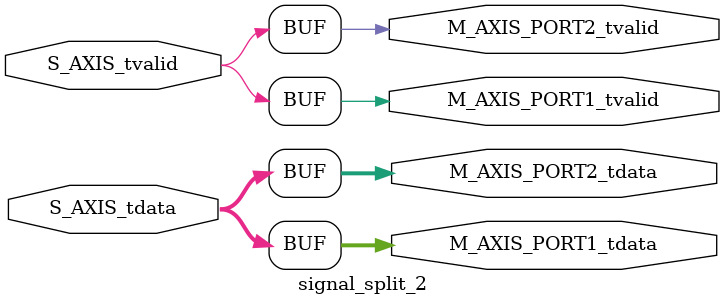
<source format=v>
`timescale 1ns / 1ps


module signal_split_2 # 
(
    parameter ADC_DATA_WIDTH = 16,
    parameter AXIS_TDATA_WIDTH = 32
)
(
    (* X_INTERFACE_PARAMETER = "FREQ_HZ 125000000" *)
    input [AXIS_TDATA_WIDTH-1:0]        S_AXIS_tdata,
    input                               S_AXIS_tvalid,
    (* X_INTERFACE_PARAMETER = "FREQ_HZ 125000000" *)
    output wire [AXIS_TDATA_WIDTH-1:0]  M_AXIS_PORT1_tdata,
    output wire                         M_AXIS_PORT1_tvalid,
    (* X_INTERFACE_PARAMETER = "FREQ_HZ 125000000" *)
    output wire [AXIS_TDATA_WIDTH-1:0]  M_AXIS_PORT2_tdata,
    output wire                         M_AXIS_PORT2_tvalid
);
        
    assign M_AXIS_PORT1_tdata = S_AXIS_tdata;
    assign M_AXIS_PORT2_tdata = S_AXIS_tdata;
    assign M_AXIS_PORT1_tvalid = S_AXIS_tvalid;
    assign M_AXIS_PORT2_tvalid = S_AXIS_tvalid;


endmodule
</source>
